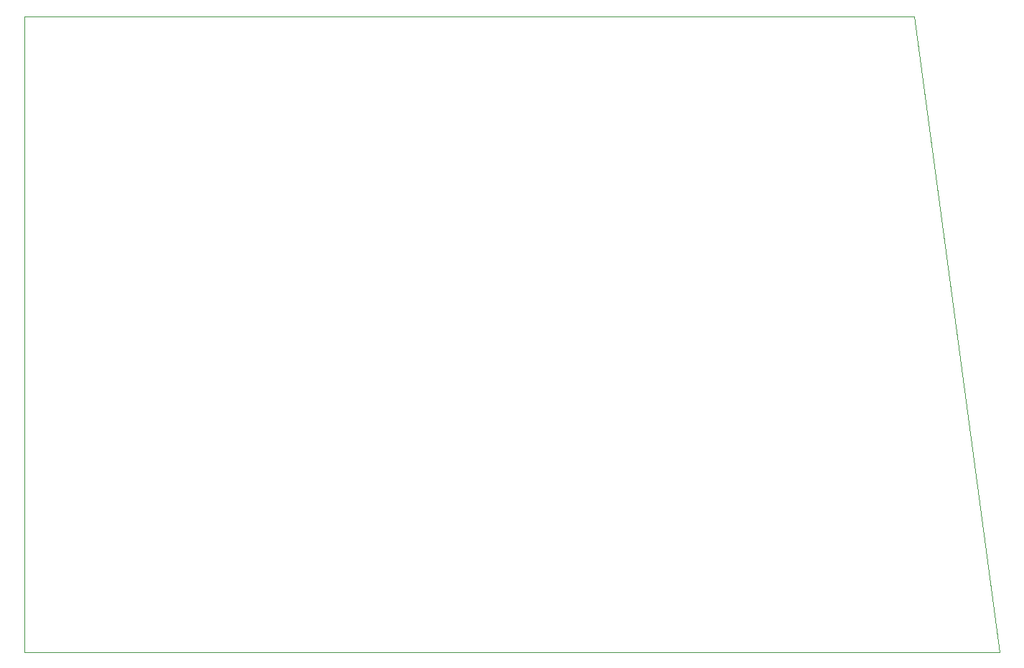
<source format=gm1>
%TF.GenerationSoftware,KiCad,Pcbnew,5.1.6-c6e7f7d~86~ubuntu18.04.1*%
%TF.CreationDate,2021-04-18T13:50:28-04:00*%
%TF.ProjectId,avBadge_2021,61764261-6467-4655-9f32-3032312e6b69,rev?*%
%TF.SameCoordinates,Original*%
%TF.FileFunction,Profile,NP*%
%FSLAX46Y46*%
G04 Gerber Fmt 4.6, Leading zero omitted, Abs format (unit mm)*
G04 Created by KiCad (PCBNEW 5.1.6-c6e7f7d~86~ubuntu18.04.1) date 2021-04-18 13:50:28*
%MOMM*%
%LPD*%
G01*
G04 APERTURE LIST*
%TA.AperFunction,Profile*%
%ADD10C,0.050000*%
%TD*%
G04 APERTURE END LIST*
D10*
X95000000Y-145000000D02*
X95000000Y-70000000D01*
X210000000Y-145000000D02*
X95000000Y-145000000D01*
X200000000Y-70000000D02*
X210000000Y-145000000D01*
X95000000Y-70000000D02*
X200000000Y-70000000D01*
M02*

</source>
